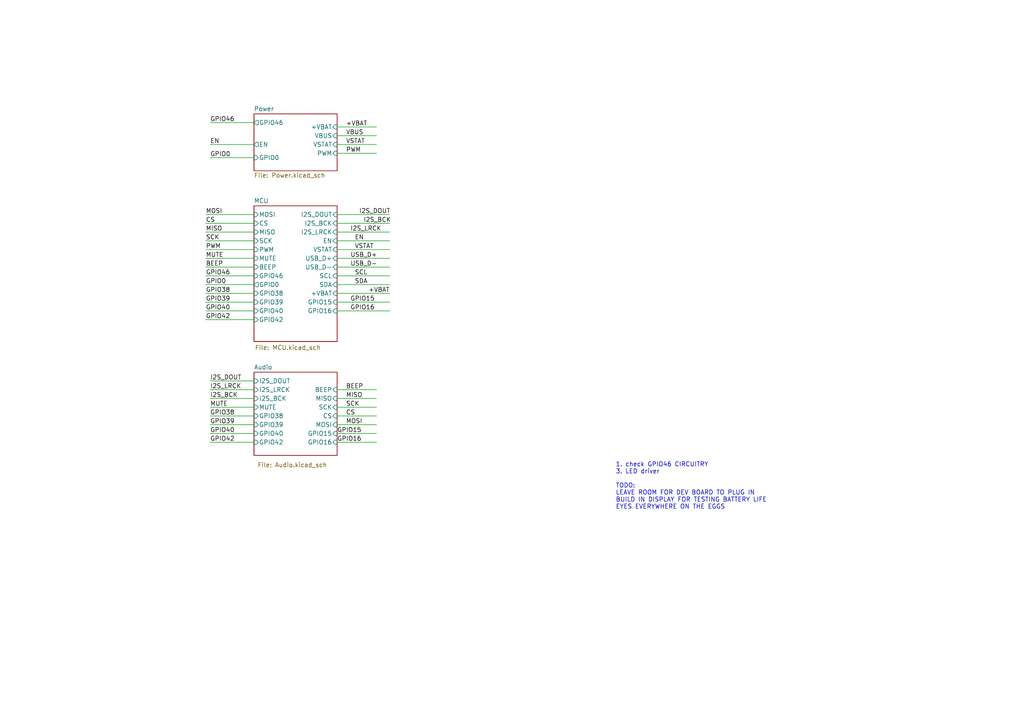
<source format=kicad_sch>
(kicad_sch
	(version 20250114)
	(generator "eeschema")
	(generator_version "9.0")
	(uuid "0a781558-ebe5-4562-8748-3cbe471da24e")
	(paper "A4")
	(title_block
		(title "POWER")
	)
	(lib_symbols)
	(text "1. check GPIO46 CIRCUITRY\n3. LED driver\n\nTODO:\nLEAVE ROOM FOR DEV BOARD TO PLUG IN\nBUILD IN DISPLAY FOR TESTING BATTERY LIFE\nEYES EVERYWHERE ON THE EGGS"
		(exclude_from_sim no)
		(at 178.562 140.97 0)
		(effects
			(font
				(size 1.27 1.27)
			)
			(justify left)
		)
		(uuid "5bb6269d-f997-4dad-97ae-4528cf13f990")
	)
	(wire
		(pts
			(xy 59.69 90.17) (xy 73.66 90.17)
		)
		(stroke
			(width 0)
			(type default)
		)
		(uuid "00d51275-3c9f-4e8a-891d-674dc05285b5")
	)
	(wire
		(pts
			(xy 59.69 92.71) (xy 73.66 92.71)
		)
		(stroke
			(width 0)
			(type default)
		)
		(uuid "187f0d01-d358-4a97-9462-d67bb09ab9e1")
	)
	(wire
		(pts
			(xy 97.79 62.23) (xy 113.03 62.23)
		)
		(stroke
			(width 0)
			(type default)
		)
		(uuid "1a434ad7-f196-4851-a582-b8f2a94077c2")
	)
	(wire
		(pts
			(xy 60.96 45.72) (xy 73.66 45.72)
		)
		(stroke
			(width 0)
			(type default)
		)
		(uuid "1cd59efe-9f8b-40dd-aa67-1cc8e5d9a440")
	)
	(wire
		(pts
			(xy 59.69 85.09) (xy 73.66 85.09)
		)
		(stroke
			(width 0)
			(type default)
		)
		(uuid "1f3eada3-dc51-49f7-92d4-97b65c693013")
	)
	(wire
		(pts
			(xy 97.79 85.09) (xy 113.03 85.09)
		)
		(stroke
			(width 0)
			(type default)
		)
		(uuid "21178c75-b82c-4c57-bfba-36fef958691b")
	)
	(wire
		(pts
			(xy 59.69 69.85) (xy 73.66 69.85)
		)
		(stroke
			(width 0)
			(type default)
		)
		(uuid "2349a2cd-4fa2-4b67-b5fc-2f7231be1c94")
	)
	(wire
		(pts
			(xy 97.79 115.57) (xy 109.22 115.57)
		)
		(stroke
			(width 0)
			(type default)
		)
		(uuid "26a05d0a-9edb-4a62-9a87-9f2e9e9d5b40")
	)
	(wire
		(pts
			(xy 60.96 113.03) (xy 73.66 113.03)
		)
		(stroke
			(width 0)
			(type default)
		)
		(uuid "2a86a4a0-ad2d-493d-bb50-56860e94f7c6")
	)
	(wire
		(pts
			(xy 60.96 35.56) (xy 73.66 35.56)
		)
		(stroke
			(width 0)
			(type default)
		)
		(uuid "2afa9251-9c08-4f3c-adf0-7c21670fe636")
	)
	(wire
		(pts
			(xy 60.96 123.19) (xy 73.66 123.19)
		)
		(stroke
			(width 0)
			(type default)
		)
		(uuid "2c6488b6-6959-43f7-a3a6-6be4d53343b9")
	)
	(wire
		(pts
			(xy 97.79 67.31) (xy 113.03 67.31)
		)
		(stroke
			(width 0)
			(type default)
		)
		(uuid "37c95b4b-3806-4d96-9f5e-1632f608b932")
	)
	(wire
		(pts
			(xy 73.66 110.49) (xy 60.96 110.49)
		)
		(stroke
			(width 0)
			(type default)
		)
		(uuid "4341ca1c-7bdc-4b1a-8e3b-8b122da564a9")
	)
	(wire
		(pts
			(xy 97.79 90.17) (xy 113.03 90.17)
		)
		(stroke
			(width 0)
			(type default)
		)
		(uuid "43949e9e-b128-4f98-86ad-9f6fb5c578e5")
	)
	(wire
		(pts
			(xy 59.69 82.55) (xy 73.66 82.55)
		)
		(stroke
			(width 0)
			(type default)
		)
		(uuid "53733d68-5b7d-4366-93c4-7c364f49d99f")
	)
	(wire
		(pts
			(xy 97.79 41.91) (xy 109.22 41.91)
		)
		(stroke
			(width 0)
			(type default)
		)
		(uuid "5efde023-3b16-475a-8720-96c6bf85b83b")
	)
	(wire
		(pts
			(xy 97.79 72.39) (xy 113.03 72.39)
		)
		(stroke
			(width 0)
			(type default)
		)
		(uuid "60e6ed4c-9a73-48bb-bb93-05d08ed10efc")
	)
	(wire
		(pts
			(xy 97.79 36.83) (xy 109.22 36.83)
		)
		(stroke
			(width 0)
			(type default)
		)
		(uuid "6287d2e5-edd5-4e2b-bd7d-5403f11a2a35")
	)
	(wire
		(pts
			(xy 97.79 69.85) (xy 113.03 69.85)
		)
		(stroke
			(width 0)
			(type default)
		)
		(uuid "6aa03eb3-8548-408c-adef-27da342b5412")
	)
	(wire
		(pts
			(xy 97.79 113.03) (xy 109.22 113.03)
		)
		(stroke
			(width 0)
			(type default)
		)
		(uuid "6cd2a945-a9a1-4116-9ac1-dfe01102b976")
	)
	(wire
		(pts
			(xy 60.96 128.27) (xy 73.66 128.27)
		)
		(stroke
			(width 0)
			(type default)
		)
		(uuid "76d84608-c5e4-49f6-9b3a-326468a0be34")
	)
	(wire
		(pts
			(xy 97.79 74.93) (xy 113.03 74.93)
		)
		(stroke
			(width 0)
			(type default)
		)
		(uuid "7f121151-708c-49e7-8877-7ce710e14646")
	)
	(wire
		(pts
			(xy 97.79 39.37) (xy 109.22 39.37)
		)
		(stroke
			(width 0)
			(type default)
		)
		(uuid "811bbd17-0cc7-42da-9f79-e495accdb2ab")
	)
	(wire
		(pts
			(xy 97.79 128.27) (xy 109.22 128.27)
		)
		(stroke
			(width 0)
			(type default)
		)
		(uuid "82b65cc8-2759-4a69-843b-7bf75bd067fb")
	)
	(wire
		(pts
			(xy 60.96 120.65) (xy 73.66 120.65)
		)
		(stroke
			(width 0)
			(type default)
		)
		(uuid "843b94d0-39c3-4417-af26-4f8540756cad")
	)
	(wire
		(pts
			(xy 97.79 120.65) (xy 109.22 120.65)
		)
		(stroke
			(width 0)
			(type default)
		)
		(uuid "847ba38e-b3c4-4e0b-b6b8-7ba2cec47502")
	)
	(wire
		(pts
			(xy 97.79 82.55) (xy 113.03 82.55)
		)
		(stroke
			(width 0)
			(type default)
		)
		(uuid "8556c111-5784-4e63-ac15-c9aca8dbdf28")
	)
	(wire
		(pts
			(xy 97.79 118.11) (xy 109.22 118.11)
		)
		(stroke
			(width 0)
			(type default)
		)
		(uuid "87a3532f-7301-4486-9ec8-ffe18b051e79")
	)
	(wire
		(pts
			(xy 59.69 74.93) (xy 73.66 74.93)
		)
		(stroke
			(width 0)
			(type default)
		)
		(uuid "8bc69226-4d57-407d-9a32-3451aa289fd4")
	)
	(wire
		(pts
			(xy 59.69 67.31) (xy 73.66 67.31)
		)
		(stroke
			(width 0)
			(type default)
		)
		(uuid "965637de-3f0b-43f2-8ebe-c36f32f4b1af")
	)
	(wire
		(pts
			(xy 59.69 77.47) (xy 73.66 77.47)
		)
		(stroke
			(width 0)
			(type default)
		)
		(uuid "9d712ea1-b3c7-4e03-9eee-6b21b1c57a09")
	)
	(wire
		(pts
			(xy 97.79 125.73) (xy 109.22 125.73)
		)
		(stroke
			(width 0)
			(type default)
		)
		(uuid "a13a431b-3985-4919-a6a4-f18c654e0852")
	)
	(wire
		(pts
			(xy 97.79 80.01) (xy 113.03 80.01)
		)
		(stroke
			(width 0)
			(type default)
		)
		(uuid "a300b0f9-f183-4f0a-b553-d7c4179c0afa")
	)
	(wire
		(pts
			(xy 59.69 80.01) (xy 73.66 80.01)
		)
		(stroke
			(width 0)
			(type default)
		)
		(uuid "a8e16d98-11e6-43ee-b7fd-f75664c8d63a")
	)
	(wire
		(pts
			(xy 60.96 41.91) (xy 73.66 41.91)
		)
		(stroke
			(width 0)
			(type default)
		)
		(uuid "af118617-c222-4f30-8373-29594edcb5fc")
	)
	(wire
		(pts
			(xy 97.79 77.47) (xy 113.03 77.47)
		)
		(stroke
			(width 0)
			(type default)
		)
		(uuid "b0a66e47-9896-42d5-8eef-43633a8e3f94")
	)
	(wire
		(pts
			(xy 97.79 87.63) (xy 113.03 87.63)
		)
		(stroke
			(width 0)
			(type default)
		)
		(uuid "b17aac35-fa9a-4019-ad77-46e665980248")
	)
	(wire
		(pts
			(xy 97.79 44.45) (xy 109.22 44.45)
		)
		(stroke
			(width 0)
			(type default)
		)
		(uuid "b3ae3e40-f9a7-414a-8597-e39f90168936")
	)
	(wire
		(pts
			(xy 59.69 72.39) (xy 73.66 72.39)
		)
		(stroke
			(width 0)
			(type default)
		)
		(uuid "b7a8d237-6f65-46de-af6f-8322c4e05e11")
	)
	(wire
		(pts
			(xy 60.96 115.57) (xy 73.66 115.57)
		)
		(stroke
			(width 0)
			(type default)
		)
		(uuid "ba42c7b6-74ea-406c-9dfe-fdb010a28b2b")
	)
	(wire
		(pts
			(xy 59.69 87.63) (xy 73.66 87.63)
		)
		(stroke
			(width 0)
			(type default)
		)
		(uuid "bf0020e8-5e68-41fd-aeaa-f8f0f2f49132")
	)
	(wire
		(pts
			(xy 60.96 125.73) (xy 73.66 125.73)
		)
		(stroke
			(width 0)
			(type default)
		)
		(uuid "d1d79501-bf39-40db-bae4-79a8b9ce44f6")
	)
	(wire
		(pts
			(xy 97.79 64.77) (xy 113.03 64.77)
		)
		(stroke
			(width 0)
			(type default)
		)
		(uuid "dc84777f-09a7-43cc-a4f4-c67041b2440a")
	)
	(wire
		(pts
			(xy 97.79 123.19) (xy 109.22 123.19)
		)
		(stroke
			(width 0)
			(type default)
		)
		(uuid "de05d0c3-7f33-4363-b68f-8f4dbdf73d1a")
	)
	(wire
		(pts
			(xy 60.96 118.11) (xy 73.66 118.11)
		)
		(stroke
			(width 0)
			(type default)
		)
		(uuid "f3aa6aba-7ed2-4bc6-ae38-a3aad0eacbbd")
	)
	(wire
		(pts
			(xy 73.66 62.23) (xy 59.69 62.23)
		)
		(stroke
			(width 0)
			(type default)
		)
		(uuid "f7504d3f-b4bb-42df-8c57-89dfdff49f4d")
	)
	(wire
		(pts
			(xy 59.69 64.77) (xy 73.66 64.77)
		)
		(stroke
			(width 0)
			(type default)
		)
		(uuid "f846ba87-39b0-4205-8dc9-f0d22e065528")
	)
	(label "SDA"
		(at 102.87 82.55 0)
		(effects
			(font
				(size 1.27 1.27)
			)
			(justify left bottom)
		)
		(uuid "00e90810-afd1-4318-b29c-40c2262d391c")
	)
	(label "MUTE"
		(at 59.69 74.93 0)
		(effects
			(font
				(size 1.27 1.27)
			)
			(justify left bottom)
		)
		(uuid "05f2e2a5-c19c-4aca-a249-dc5a97e1fe9b")
	)
	(label "USB_D-"
		(at 101.6 77.47 0)
		(effects
			(font
				(size 1.27 1.27)
			)
			(justify left bottom)
		)
		(uuid "13367ad7-c3da-45b9-8f68-2c488acba365")
	)
	(label "I2S_LRCK"
		(at 60.96 113.03 0)
		(effects
			(font
				(size 1.27 1.27)
			)
			(justify left bottom)
		)
		(uuid "1526b434-c438-4564-8d08-ec918847368e")
	)
	(label "GPIO16"
		(at 101.6 90.17 0)
		(effects
			(font
				(size 1.27 1.27)
			)
			(justify left bottom)
		)
		(uuid "1a803dd8-1afb-4b19-a0f3-1c92a9946fa2")
	)
	(label "MISO"
		(at 100.33 115.57 0)
		(effects
			(font
				(size 1.27 1.27)
			)
			(justify left bottom)
		)
		(uuid "1ecbbbd5-33f2-4a4e-be9e-8fcf78287925")
	)
	(label "PWM"
		(at 100.33 44.45 0)
		(effects
			(font
				(size 1.27 1.27)
			)
			(justify left bottom)
		)
		(uuid "29668604-2b20-4cd5-975d-bb60ea28c91c")
	)
	(label "GPIO0"
		(at 59.69 82.55 0)
		(effects
			(font
				(size 1.27 1.27)
			)
			(justify left bottom)
		)
		(uuid "2b82d51c-69f6-4a17-a439-1607ab63c04e")
	)
	(label "I2S_LRCK"
		(at 101.6 67.31 0)
		(effects
			(font
				(size 1.27 1.27)
			)
			(justify left bottom)
		)
		(uuid "2e856661-ffc8-433d-961f-3cc88a633fc0")
	)
	(label "MUTE"
		(at 60.96 118.11 0)
		(effects
			(font
				(size 1.27 1.27)
			)
			(justify left bottom)
		)
		(uuid "3f75cbd6-0d04-437f-b06b-c753c532c22c")
	)
	(label "GPIO46"
		(at 60.96 35.56 0)
		(effects
			(font
				(size 1.27 1.27)
			)
			(justify left bottom)
		)
		(uuid "43a940d7-cfe3-424c-b3d1-da604f241cf2")
	)
	(label "GPIO16"
		(at 97.79 128.27 0)
		(effects
			(font
				(size 1.27 1.27)
			)
			(justify left bottom)
		)
		(uuid "4b6d1865-d4ce-4ecc-84a1-66a8475d124a")
	)
	(label "MISO"
		(at 59.69 67.31 0)
		(effects
			(font
				(size 1.27 1.27)
			)
			(justify left bottom)
		)
		(uuid "4e19abde-7a89-450d-8f97-d46fa14900d4")
	)
	(label "GPIO40"
		(at 60.96 125.73 0)
		(effects
			(font
				(size 1.27 1.27)
			)
			(justify left bottom)
		)
		(uuid "51f1376f-5415-4718-8556-d413c632a37c")
	)
	(label "MOSI"
		(at 59.69 62.23 0)
		(effects
			(font
				(size 1.27 1.27)
			)
			(justify left bottom)
		)
		(uuid "59846df6-9020-4337-918f-d749baabe3ee")
	)
	(label "+VBAT"
		(at 100.33 36.83 0)
		(effects
			(font
				(size 1.27 1.27)
			)
			(justify left bottom)
		)
		(uuid "656426b3-9362-4583-a7b4-d4bc87f91a0e")
	)
	(label "GPIO38"
		(at 59.69 85.09 0)
		(effects
			(font
				(size 1.27 1.27)
			)
			(justify left bottom)
		)
		(uuid "6a00b6c3-bb39-4e1a-a30f-27621c7b01ec")
	)
	(label "GPIO15"
		(at 101.6 87.63 0)
		(effects
			(font
				(size 1.27 1.27)
			)
			(justify left bottom)
		)
		(uuid "6a18a20a-7e7e-484a-b87c-2bfc901fccfe")
	)
	(label "I2S_BCK"
		(at 60.96 115.57 0)
		(effects
			(font
				(size 1.27 1.27)
			)
			(justify left bottom)
		)
		(uuid "738a9128-26f7-487a-98bf-62a7d01e5783")
	)
	(label "GPIO39"
		(at 59.69 87.63 0)
		(effects
			(font
				(size 1.27 1.27)
			)
			(justify left bottom)
		)
		(uuid "83910de1-90f7-46eb-85d8-2a6fc067ec1d")
	)
	(label "VSTAT"
		(at 102.87 72.39 0)
		(effects
			(font
				(size 1.27 1.27)
			)
			(justify left bottom)
		)
		(uuid "878c586a-4bb8-464e-8ab0-be5e528edece")
	)
	(label "SCK"
		(at 59.69 69.85 0)
		(effects
			(font
				(size 1.27 1.27)
			)
			(justify left bottom)
		)
		(uuid "8c63ff11-be6d-4429-b189-df83fb34bd1c")
	)
	(label "PWM"
		(at 59.69 72.39 0)
		(effects
			(font
				(size 1.27 1.27)
			)
			(justify left bottom)
		)
		(uuid "92bd6725-83ca-4375-aa9e-d8dc0fa5424e")
	)
	(label "CS"
		(at 59.69 64.77 0)
		(effects
			(font
				(size 1.27 1.27)
			)
			(justify left bottom)
		)
		(uuid "934a300d-a898-4abc-beb5-a95bf953e24a")
	)
	(label "CS"
		(at 100.33 120.65 0)
		(effects
			(font
				(size 1.27 1.27)
			)
			(justify left bottom)
		)
		(uuid "9b7233ac-42c1-436c-8c47-cc57170128c7")
	)
	(label "BEEP"
		(at 100.33 113.03 0)
		(effects
			(font
				(size 1.27 1.27)
			)
			(justify left bottom)
		)
		(uuid "a07617a7-dfed-47b5-87be-a8dd2bf70182")
	)
	(label "USB_D+"
		(at 101.6 74.93 0)
		(effects
			(font
				(size 1.27 1.27)
			)
			(justify left bottom)
		)
		(uuid "a70b322a-ae54-4e3d-bbf4-8ae95bffa33c")
	)
	(label "GPIO38"
		(at 60.96 120.65 0)
		(effects
			(font
				(size 1.27 1.27)
			)
			(justify left bottom)
		)
		(uuid "aa7e27ac-da64-4867-9e44-0daa47cb08a1")
	)
	(label "GPIO0"
		(at 60.96 45.72 0)
		(effects
			(font
				(size 1.27 1.27)
			)
			(justify left bottom)
		)
		(uuid "b0d1a239-4248-4692-b245-e34f484ba3fb")
	)
	(label "SCL"
		(at 102.87 80.01 0)
		(effects
			(font
				(size 1.27 1.27)
			)
			(justify left bottom)
		)
		(uuid "b6ff34ce-9673-4332-9c37-7e556c027b19")
	)
	(label "GPIO46"
		(at 59.69 80.01 0)
		(effects
			(font
				(size 1.27 1.27)
			)
			(justify left bottom)
		)
		(uuid "bc9e3103-625d-4fcc-909e-c69e25f6cff2")
	)
	(label "VSTAT"
		(at 100.33 41.91 0)
		(effects
			(font
				(size 1.27 1.27)
			)
			(justify left bottom)
		)
		(uuid "be59337e-423f-4b1a-8107-fa212bb5586e")
	)
	(label "GPIO42"
		(at 60.96 128.27 0)
		(effects
			(font
				(size 1.27 1.27)
			)
			(justify left bottom)
		)
		(uuid "ca08bb8e-cf04-4fdf-b75d-00590be55fbf")
	)
	(label "GPIO39"
		(at 60.96 123.19 0)
		(effects
			(font
				(size 1.27 1.27)
			)
			(justify left bottom)
		)
		(uuid "cf981ae6-3756-44cc-97ea-911ad8bb43f5")
	)
	(label "GPIO15"
		(at 97.79 125.73 0)
		(effects
			(font
				(size 1.27 1.27)
			)
			(justify left bottom)
		)
		(uuid "d3e3c7e9-c356-4085-9c7d-1a4ef65fdb90")
	)
	(label "I2S_DOUT"
		(at 60.96 110.49 0)
		(effects
			(font
				(size 1.27 1.27)
			)
			(justify left bottom)
		)
		(uuid "d3f4d3bd-0143-41ed-af7a-428433846dd3")
	)
	(label "MOSI"
		(at 100.33 123.19 0)
		(effects
			(font
				(size 1.27 1.27)
			)
			(justify left bottom)
		)
		(uuid "d4deff41-9cb0-419c-b01d-9f57dd878436")
	)
	(label "SCK"
		(at 100.33 118.11 0)
		(effects
			(font
				(size 1.27 1.27)
			)
			(justify left bottom)
		)
		(uuid "dc6e1dc8-6315-48a2-89cb-a64b9bd8ff4b")
	)
	(label "EN"
		(at 60.96 41.91 0)
		(effects
			(font
				(size 1.27 1.27)
			)
			(justify left bottom)
		)
		(uuid "de3a5adc-b487-4a05-a815-8a4861263b92")
	)
	(label "VBUS"
		(at 100.33 39.37 0)
		(effects
			(font
				(size 1.27 1.27)
			)
			(justify left bottom)
		)
		(uuid "de79ff60-59da-4773-ab8a-65ed2e3c1a70")
	)
	(label "GPIO40"
		(at 59.69 90.17 0)
		(effects
			(font
				(size 1.27 1.27)
			)
			(justify left bottom)
		)
		(uuid "e042b7d6-afe5-428f-8a20-c33daaa7d90e")
	)
	(label "BEEP"
		(at 59.69 77.47 0)
		(effects
			(font
				(size 1.27 1.27)
			)
			(justify left bottom)
		)
		(uuid "e15eb0cf-b4f7-432f-9942-d99c80a3bb65")
	)
	(label "GPIO42"
		(at 59.69 92.71 0)
		(effects
			(font
				(size 1.27 1.27)
			)
			(justify left bottom)
		)
		(uuid "e50843d7-4324-4a40-bd84-8fea7b310280")
	)
	(label "EN"
		(at 102.87 69.85 0)
		(effects
			(font
				(size 1.27 1.27)
			)
			(justify left bottom)
		)
		(uuid "e5f1e5b2-d058-479a-bdeb-6b5862ae51c5")
	)
	(label "I2S_DOUT"
		(at 104.14 62.23 0)
		(effects
			(font
				(size 1.27 1.27)
			)
			(justify left bottom)
		)
		(uuid "ef660538-3fc5-47c9-8279-939f5552a4d6")
	)
	(label "I2S_BCK"
		(at 105.41 64.77 0)
		(effects
			(font
				(size 1.27 1.27)
			)
			(justify left bottom)
		)
		(uuid "f47fc5ab-c1f8-4d93-844e-47fdd082b21a")
	)
	(label "+VBAT"
		(at 113.03 85.09 180)
		(effects
			(font
				(size 1.27 1.27)
			)
			(justify right bottom)
		)
		(uuid "fd9942ea-81cc-453d-8fbe-e600e7eea901")
	)
	(sheet
		(at 73.66 59.69)
		(size 24.13 39.37)
		(exclude_from_sim no)
		(in_bom yes)
		(on_board yes)
		(dnp no)
		(stroke
			(width 0.1524)
			(type solid)
		)
		(fill
			(color 0 0 0 0.0000)
		)
		(uuid "553d155f-51d7-41f8-b819-9cc6d294555d")
		(property "Sheetname" "MCU"
			(at 73.66 58.9784 0)
			(effects
				(font
					(size 1.27 1.27)
				)
				(justify left bottom)
			)
		)
		(property "Sheetfile" "MCU.kicad_sch"
			(at 73.914 100.076 0)
			(effects
				(font
					(size 1.27 1.27)
				)
				(justify left top)
			)
		)
		(pin "PWM" input
			(at 73.66 72.39 180)
			(uuid "42a93fe2-4817-4fd9-816e-3bd015a1a960")
			(effects
				(font
					(size 1.27 1.27)
				)
				(justify left)
			)
		)
		(pin "MOSI" input
			(at 73.66 62.23 180)
			(uuid "14d9bee1-fc21-45d1-a1ee-621f6a671d24")
			(effects
				(font
					(size 1.27 1.27)
				)
				(justify left)
			)
		)
		(pin "CS" input
			(at 73.66 64.77 180)
			(uuid "e5cdb24a-1f5b-4834-be11-f16511810d1d")
			(effects
				(font
					(size 1.27 1.27)
				)
				(justify left)
			)
		)
		(pin "MISO" input
			(at 73.66 67.31 180)
			(uuid "035598f6-83f6-4b47-9724-be11a6658197")
			(effects
				(font
					(size 1.27 1.27)
				)
				(justify left)
			)
		)
		(pin "MUTE" input
			(at 73.66 74.93 180)
			(uuid "80e129de-b5ff-4217-a1c3-ebce762439f3")
			(effects
				(font
					(size 1.27 1.27)
				)
				(justify left)
			)
		)
		(pin "I2S_DOUT" input
			(at 97.79 62.23 0)
			(uuid "d1c4e243-6339-441b-84fe-394997173f4e")
			(effects
				(font
					(size 1.27 1.27)
				)
				(justify right)
			)
		)
		(pin "I2S_BCK" input
			(at 97.79 64.77 0)
			(uuid "c984886b-a653-459b-a309-2085de4d2218")
			(effects
				(font
					(size 1.27 1.27)
				)
				(justify right)
			)
		)
		(pin "I2S_LRCK" input
			(at 97.79 67.31 0)
			(uuid "334ec726-ff39-4545-8d1f-e4f6248a0982")
			(effects
				(font
					(size 1.27 1.27)
				)
				(justify right)
			)
		)
		(pin "EN" input
			(at 97.79 69.85 0)
			(uuid "b7e582fd-e217-4009-ac79-75e49f8a3bac")
			(effects
				(font
					(size 1.27 1.27)
				)
				(justify right)
			)
		)
		(pin "VSTAT" input
			(at 97.79 72.39 0)
			(uuid "ac938624-e332-417d-b022-a8263d9131ab")
			(effects
				(font
					(size 1.27 1.27)
				)
				(justify right)
			)
		)
		(pin "BEEP" input
			(at 73.66 77.47 180)
			(uuid "0bc0d379-ced4-4ae3-af0d-f66e3897b70b")
			(effects
				(font
					(size 1.27 1.27)
				)
				(justify left)
			)
		)
		(pin "USB_D+" input
			(at 97.79 74.93 0)
			(uuid "54e379b3-c80e-43c4-ac73-fff6f1696ade")
			(effects
				(font
					(size 1.27 1.27)
				)
				(justify right)
			)
		)
		(pin "SDA" input
			(at 97.79 82.55 0)
			(uuid "93c644de-1014-4529-bc0a-9acc3157b50a")
			(effects
				(font
					(size 1.27 1.27)
				)
				(justify right)
			)
		)
		(pin "USB_D-" input
			(at 97.79 77.47 0)
			(uuid "e2d25cc2-8499-47a0-bc1c-eeecc8fe1bd4")
			(effects
				(font
					(size 1.27 1.27)
				)
				(justify right)
			)
		)
		(pin "SCL" input
			(at 97.79 80.01 0)
			(uuid "e4c66ecb-e96e-4f58-a6b1-9b63759346bb")
			(effects
				(font
					(size 1.27 1.27)
				)
				(justify right)
			)
		)
		(pin "SCK" input
			(at 73.66 69.85 180)
			(uuid "d14bd2b1-78ef-4d53-9e61-96fcce6ff65d")
			(effects
				(font
					(size 1.27 1.27)
				)
				(justify left)
			)
		)
		(pin "+VBAT" input
			(at 97.79 85.09 0)
			(uuid "36ef4921-ad82-4059-b59a-66b357c5c617")
			(effects
				(font
					(size 1.27 1.27)
				)
				(justify right)
			)
		)
		(pin "GPIO46" input
			(at 73.66 80.01 180)
			(uuid "e02f3ab9-6d03-459c-b44f-b89b4d9bf2c7")
			(effects
				(font
					(size 1.27 1.27)
				)
				(justify left)
			)
		)
		(pin "GPIO0" output
			(at 73.66 82.55 180)
			(uuid "3e51a168-30e0-4b4a-9e77-d173891d312a")
			(effects
				(font
					(size 1.27 1.27)
				)
				(justify left)
			)
		)
		(pin "GPIO38" input
			(at 73.66 85.09 180)
			(uuid "f80cd076-189d-4fea-893d-583bbea78fb6")
			(effects
				(font
					(size 1.27 1.27)
				)
				(justify left)
			)
		)
		(pin "GPIO39" input
			(at 73.66 87.63 180)
			(uuid "c04fe439-33a7-4fb7-bdd6-68c6dfbdd2b2")
			(effects
				(font
					(size 1.27 1.27)
				)
				(justify left)
			)
		)
		(pin "GPIO40" input
			(at 73.66 90.17 180)
			(uuid "22f39a2a-536b-4601-92ac-15a0210eedb6")
			(effects
				(font
					(size 1.27 1.27)
				)
				(justify left)
			)
		)
		(pin "GPIO42" input
			(at 73.66 92.71 180)
			(uuid "81dbaa43-a71b-43bf-8a9b-63a1d8ab907c")
			(effects
				(font
					(size 1.27 1.27)
				)
				(justify left)
			)
		)
		(pin "GPIO15" input
			(at 97.79 87.63 0)
			(uuid "32639452-fa2a-4d39-95bc-921c6be4e1f3")
			(effects
				(font
					(size 1.27 1.27)
				)
				(justify right)
			)
		)
		(pin "GPIO16" input
			(at 97.79 90.17 0)
			(uuid "ae05cb11-b315-422d-b99d-82be99ea9c77")
			(effects
				(font
					(size 1.27 1.27)
				)
				(justify right)
			)
		)
		(instances
			(project "Radiation"
				(path "/0a781558-ebe5-4562-8748-3cbe471da24e"
					(page "3")
				)
			)
		)
	)
	(sheet
		(at 73.66 33.02)
		(size 24.13 16.51)
		(exclude_from_sim no)
		(in_bom yes)
		(on_board yes)
		(dnp no)
		(fields_autoplaced yes)
		(stroke
			(width 0.1524)
			(type solid)
		)
		(fill
			(color 0 0 0 0.0000)
		)
		(uuid "61d54e0e-bfef-4c96-86a7-a9968a7c2798")
		(property "Sheetname" "Power"
			(at 73.66 32.3084 0)
			(effects
				(font
					(size 1.27 1.27)
				)
				(justify left bottom)
			)
		)
		(property "Sheetfile" "Power.kicad_sch"
			(at 73.66 50.1146 0)
			(effects
				(font
					(size 1.27 1.27)
				)
				(justify left top)
			)
		)
		(pin "+VBAT" input
			(at 97.79 36.83 0)
			(uuid "d4663e5f-6647-47c1-9fa2-f607460d9d34")
			(effects
				(font
					(size 1.27 1.27)
				)
				(justify right)
			)
		)
		(pin "VBUS" input
			(at 97.79 39.37 0)
			(uuid "bbf20841-e019-4547-9bc8-1dfc365a24f8")
			(effects
				(font
					(size 1.27 1.27)
				)
				(justify right)
			)
		)
		(pin "VSTAT" input
			(at 97.79 41.91 0)
			(uuid "73167733-62e0-4bb8-8179-212635144fa4")
			(effects
				(font
					(size 1.27 1.27)
				)
				(justify right)
			)
		)
		(pin "PWM" input
			(at 97.79 44.45 0)
			(uuid "5eab1e3a-152c-4a13-90bc-5af57ff39fed")
			(effects
				(font
					(size 1.27 1.27)
				)
				(justify right)
			)
		)
		(pin "EN" output
			(at 73.66 41.91 180)
			(uuid "1328f00f-84eb-4f47-8e55-ddf31947dcbe")
			(effects
				(font
					(size 1.27 1.27)
				)
				(justify left)
			)
		)
		(pin "GPIO46" output
			(at 73.66 35.56 180)
			(uuid "1b460b1d-9298-4a4a-8df6-b42bd19a9f6b")
			(effects
				(font
					(size 1.27 1.27)
				)
				(justify left)
			)
		)
		(pin "GPIO0" input
			(at 73.66 45.72 180)
			(uuid "83bf40df-1574-4925-9bb0-cc63693455b5")
			(effects
				(font
					(size 1.27 1.27)
				)
				(justify left)
			)
		)
		(instances
			(project "Radiation"
				(path "/0a781558-ebe5-4562-8748-3cbe471da24e"
					(page "2")
				)
			)
		)
	)
	(sheet
		(at 73.66 107.95)
		(size 24.13 24.13)
		(exclude_from_sim no)
		(in_bom yes)
		(on_board yes)
		(dnp no)
		(stroke
			(width 0.1524)
			(type solid)
		)
		(fill
			(color 0 0 0 0.0000)
		)
		(uuid "b03a8cbd-5823-419c-808a-8b6445fe34d3")
		(property "Sheetname" "Audio"
			(at 73.66 107.2384 0)
			(effects
				(font
					(size 1.27 1.27)
				)
				(justify left bottom)
			)
		)
		(property "Sheetfile" "Audio.kicad_sch"
			(at 74.676 134.112 0)
			(effects
				(font
					(size 1.27 1.27)
				)
				(justify left top)
			)
		)
		(pin "BEEP" input
			(at 97.79 113.03 0)
			(uuid "184fd769-fef9-45e8-9ca2-8ba692dbd1f2")
			(effects
				(font
					(size 1.27 1.27)
				)
				(justify right)
			)
		)
		(pin "I2S_DOUT" input
			(at 73.66 110.49 180)
			(uuid "65272281-d2d7-49e9-825e-4832744d2787")
			(effects
				(font
					(size 1.27 1.27)
				)
				(justify left)
			)
		)
		(pin "I2S_LRCK" input
			(at 73.66 113.03 180)
			(uuid "c92f7b4b-ddf3-455d-a6b4-2fbcbe7fdd07")
			(effects
				(font
					(size 1.27 1.27)
				)
				(justify left)
			)
		)
		(pin "I2S_BCK" input
			(at 73.66 115.57 180)
			(uuid "fd99170c-ecf3-4e72-9566-82028d6c5a56")
			(effects
				(font
					(size 1.27 1.27)
				)
				(justify left)
			)
		)
		(pin "MUTE" input
			(at 73.66 118.11 180)
			(uuid "fdff88a7-9de6-4a10-85fb-62de74b56168")
			(effects
				(font
					(size 1.27 1.27)
				)
				(justify left)
			)
		)
		(pin "MISO" input
			(at 97.79 115.57 0)
			(uuid "831a6e53-d406-4ef7-93db-9b09745c8ebe")
			(effects
				(font
					(size 1.27 1.27)
				)
				(justify right)
			)
		)
		(pin "SCK" input
			(at 97.79 118.11 0)
			(uuid "fa290403-7d4f-42d8-a24f-d9a7a515e3e4")
			(effects
				(font
					(size 1.27 1.27)
				)
				(justify right)
			)
		)
		(pin "CS" input
			(at 97.79 120.65 0)
			(uuid "90c1469b-01b4-416b-a694-dee52521e817")
			(effects
				(font
					(size 1.27 1.27)
				)
				(justify right)
			)
		)
		(pin "MOSI" input
			(at 97.79 123.19 0)
			(uuid "ff681818-cbf5-4a11-9a81-994883677114")
			(effects
				(font
					(size 1.27 1.27)
				)
				(justify right)
			)
		)
		(pin "GPIO38" input
			(at 73.66 120.65 180)
			(uuid "3a84cf8d-32fc-40cd-9850-672aa59bb3ec")
			(effects
				(font
					(size 1.27 1.27)
				)
				(justify left)
			)
		)
		(pin "GPIO39" input
			(at 73.66 123.19 180)
			(uuid "05513a58-dff3-4183-8d6c-ba008b406ce9")
			(effects
				(font
					(size 1.27 1.27)
				)
				(justify left)
			)
		)
		(pin "GPIO40" input
			(at 73.66 125.73 180)
			(uuid "fc0785c0-e17e-49bf-95b5-bdd3fae60598")
			(effects
				(font
					(size 1.27 1.27)
				)
				(justify left)
			)
		)
		(pin "GPIO42" input
			(at 73.66 128.27 180)
			(uuid "7aeb2cce-51ad-4d61-883e-3aa42fb33ca8")
			(effects
				(font
					(size 1.27 1.27)
				)
				(justify left)
			)
		)
		(pin "GPIO15" input
			(at 97.79 125.73 0)
			(uuid "eb238d03-fbdf-463d-9ab5-04dcee413952")
			(effects
				(font
					(size 1.27 1.27)
				)
				(justify right)
			)
		)
		(pin "GPIO16" input
			(at 97.79 128.27 0)
			(uuid "ad2d0f54-14bb-4d16-8f75-85396def40dd")
			(effects
				(font
					(size 1.27 1.27)
				)
				(justify right)
			)
		)
		(instances
			(project "Radiation"
				(path "/0a781558-ebe5-4562-8748-3cbe471da24e"
					(page "4")
				)
			)
		)
	)
	(sheet_instances
		(path "/"
			(page "1")
		)
	)
	(embedded_fonts no)
)

</source>
